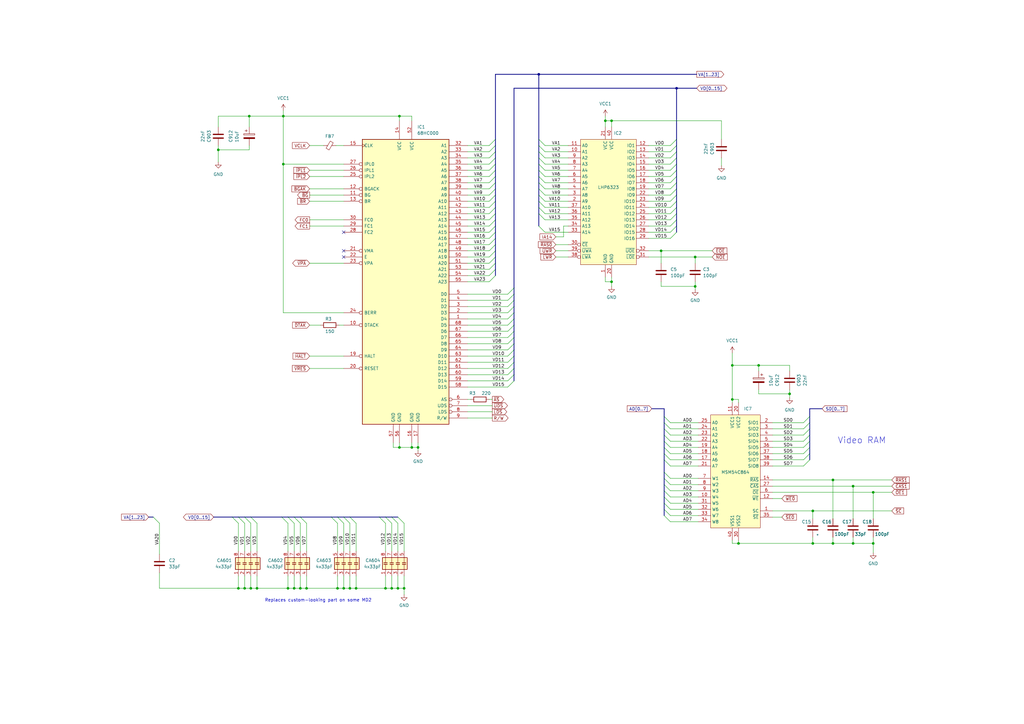
<source format=kicad_sch>
(kicad_sch (version 20230121) (generator eeschema)
  (paper "A3")
  (title_block (title "MD CPU and VRAM") (date "2023-11-29") (rev "1.1") (company "By Cosam") (comment 1 "Neptune"))
  (junction (at 300.355 163.83))
  (junction (at 100.33 241.3))
  (junction (at 341.63 196.85))
  (junction (at 358.14 201.93))
  (junction (at 250.825 115.57))
  (junction (at 341.63 222.885))
  (junction (at 102.235 47.625))
  (junction (at 358.14 222.885))
  (junction (at 160.655 241.3))
  (junction (at 285.115 105.41))
  (junction (at 349.885 222.885))
  (junction (at 143.51 241.3))
  (junction (at 323.85 161.544))
  (junction (at 102.87 241.3))
  (junction (at 105.41 241.3))
  (junction (at 163.83 183.515))
  (junction (at 333.375 222.885))
  (junction (at 171.45 183.515))
  (junction (at 349.885 199.39))
  (junction (at 116.205 67.31))
  (junction (at 250.825 49.53))
  (junction (at 118.11 241.3))
  (junction (at 89.535 61.468))
  (junction (at 158.115 241.3))
  (junction (at 125.73 241.3))
  (junction (at 168.91 183.515))
  (junction (at 277.495 36.195))
  (junction (at 165.735 241.3))
  (junction (at 116.205 47.625))
  (junction (at 163.195 241.3))
  (junction (at 271.145 102.87))
  (junction (at 300.355 149.86))
  (junction (at 311.15 149.86))
  (junction (at 163.83 47.625))
  (junction (at 123.19 241.3))
  (junction (at 140.97 241.3))
  (junction (at 120.65 241.3))
  (junction (at 97.79 241.3))
  (junction (at 138.43 241.3))
  (junction (at 220.98 30.48))
  (junction (at 333.375 209.55))
  (junction (at 248.285 49.53))
  (junction (at 285.115 117.475))
  (junction (at 146.05 241.3))
  (junction (at 302.895 222.885))
  (no_connect (at 140.97 105.41))
  (no_connect (at 140.97 95.25))
  (no_connect (at 140.97 102.87))
  (bus_entry (at 210.82 143.51) (size -2.54 2.54))
  (bus_entry (at 143.51 212.09) (size 2.54 2.54))
  (bus_entry (at 329.565 180.975) (size 2.54 -2.54))
  (bus_entry (at 200.66 105.41) (size 2.54 -2.54))
  (bus_entry (at 200.66 107.95) (size 2.54 -2.54))
  (bus_entry (at 329.565 186.055) (size 2.54 -2.54))
  (bus_entry (at 135.89 212.09) (size 2.54 2.54))
  (bus_entry (at 277.495 57.15) (size -2.54 2.54))
  (bus_entry (at 274.955 191.135) (size -2.54 -2.54))
  (bus_entry (at 223.52 90.17) (size -2.54 -2.54))
  (bus_entry (at 200.66 110.49) (size 2.54 -2.54))
  (bus_entry (at 277.495 85.09) (size -2.54 2.54))
  (bus_entry (at 210.82 138.43) (size -2.54 2.54))
  (bus_entry (at 277.495 82.55) (size -2.54 2.54))
  (bus_entry (at 223.52 85.09) (size -2.54 -2.54))
  (bus_entry (at 210.82 130.81) (size -2.54 2.54))
  (bus_entry (at 277.495 74.93) (size -2.54 2.54))
  (bus_entry (at 223.52 62.23) (size -2.54 -2.54))
  (bus_entry (at 223.52 69.85) (size -2.54 -2.54))
  (bus_entry (at 277.495 77.47) (size -2.54 2.54))
  (bus_entry (at 274.955 198.755) (size -2.54 -2.54))
  (bus_entry (at 277.495 95.25) (size -2.54 2.54))
  (bus_entry (at 223.52 72.39) (size -2.54 -2.54))
  (bus_entry (at 223.52 67.31) (size -2.54 -2.54))
  (bus_entry (at 97.79 212.09) (size 2.54 2.54))
  (bus_entry (at 200.66 113.03) (size 2.54 -2.54))
  (bus_entry (at 223.52 77.47) (size -2.54 -2.54))
  (bus_entry (at 277.495 62.23) (size -2.54 2.54))
  (bus_entry (at 329.565 188.595) (size 2.54 -2.54))
  (bus_entry (at 274.955 188.595) (size -2.54 -2.54))
  (bus_entry (at 329.565 175.895) (size 2.54 -2.54))
  (bus_entry (at 223.52 74.93) (size -2.54 -2.54))
  (bus_entry (at 274.955 196.215) (size -2.54 -2.54))
  (bus_entry (at 210.82 123.19) (size -2.54 2.54))
  (bus_entry (at 329.565 178.435) (size 2.54 -2.54))
  (bus_entry (at 274.955 211.455) (size -2.54 -2.54))
  (bus_entry (at 210.82 153.67) (size -2.54 2.54))
  (bus_entry (at 200.66 97.79) (size 2.54 -2.54))
  (bus_entry (at 200.66 95.25) (size 2.54 -2.54))
  (bus_entry (at 223.52 87.63) (size -2.54 -2.54))
  (bus_entry (at 95.25 212.09) (size 2.54 2.54))
  (bus_entry (at 200.66 90.17) (size 2.54 -2.54))
  (bus_entry (at 223.52 64.77) (size -2.54 -2.54))
  (bus_entry (at 274.955 213.995) (size -2.54 -2.54))
  (bus_entry (at 277.495 59.69) (size -2.54 2.54))
  (bus_entry (at 210.82 133.35) (size -2.54 2.54))
  (bus_entry (at 274.955 203.835) (size -2.54 -2.54))
  (bus_entry (at 277.495 72.39) (size -2.54 2.54))
  (bus_entry (at 65.405 214.63) (size -2.54 -2.54))
  (bus_entry (at 329.565 183.515) (size 2.54 -2.54))
  (bus_entry (at 223.52 59.69) (size -2.54 -2.54))
  (bus_entry (at 274.955 175.895) (size -2.54 -2.54))
  (bus_entry (at 210.82 151.13) (size -2.54 2.54))
  (bus_entry (at 274.955 178.435) (size -2.54 -2.54))
  (bus_entry (at 210.82 125.73) (size -2.54 2.54))
  (bus_entry (at 200.66 82.55) (size 2.54 -2.54))
  (bus_entry (at 200.66 62.23) (size 2.54 -2.54))
  (bus_entry (at 223.52 80.01) (size -2.54 -2.54))
  (bus_entry (at 200.66 69.85) (size 2.54 -2.54))
  (bus_entry (at 200.66 74.93) (size 2.54 -2.54))
  (bus_entry (at 200.66 100.33) (size 2.54 -2.54))
  (bus_entry (at 140.97 212.09) (size 2.54 2.54))
  (bus_entry (at 274.955 173.355) (size -2.54 -2.54))
  (bus_entry (at 200.66 102.87) (size 2.54 -2.54))
  (bus_entry (at 223.52 95.25) (size -2.54 -2.54))
  (bus_entry (at 329.565 173.355) (size 2.54 -2.54))
  (bus_entry (at 274.955 201.295) (size -2.54 -2.54))
  (bus_entry (at 200.66 87.63) (size 2.54 -2.54))
  (bus_entry (at 200.66 85.09) (size 2.54 -2.54))
  (bus_entry (at 118.11 212.09) (size 2.54 2.54))
  (bus_entry (at 120.65 212.09) (size 2.54 2.54))
  (bus_entry (at 277.495 92.71) (size -2.54 2.54))
  (bus_entry (at 274.955 206.375) (size -2.54 -2.54))
  (bus_entry (at 277.495 69.85) (size -2.54 2.54))
  (bus_entry (at 210.82 146.05) (size -2.54 2.54))
  (bus_entry (at 200.66 77.47) (size 2.54 -2.54))
  (bus_entry (at 200.66 80.01) (size 2.54 -2.54))
  (bus_entry (at 123.19 212.09) (size 2.54 2.54))
  (bus_entry (at 100.33 212.09) (size 2.54 2.54))
  (bus_entry (at 274.955 183.515) (size -2.54 -2.54))
  (bus_entry (at 200.66 115.57) (size 2.54 -2.54))
  (bus_entry (at 200.66 67.31) (size 2.54 -2.54))
  (bus_entry (at 277.495 80.01) (size -2.54 2.54))
  (bus_entry (at 158.115 212.09) (size 2.54 2.54))
  (bus_entry (at 329.565 191.135) (size 2.54 -2.54))
  (bus_entry (at 138.43 212.09) (size 2.54 2.54))
  (bus_entry (at 102.87 212.09) (size 2.54 2.54))
  (bus_entry (at 274.955 186.055) (size -2.54 -2.54))
  (bus_entry (at 277.495 67.31) (size -2.54 2.54))
  (bus_entry (at 210.82 118.11) (size -2.54 2.54))
  (bus_entry (at 274.955 180.975) (size -2.54 -2.54))
  (bus_entry (at 163.195 212.09) (size 2.54 2.54))
  (bus_entry (at 210.82 128.27) (size -2.54 2.54))
  (bus_entry (at 210.82 148.59) (size -2.54 2.54))
  (bus_entry (at 160.655 212.09) (size 2.54 2.54))
  (bus_entry (at 277.495 90.17) (size -2.54 2.54))
  (bus_entry (at 200.66 72.39) (size 2.54 -2.54))
  (bus_entry (at 200.66 59.69) (size 2.54 -2.54))
  (bus_entry (at 210.82 135.89) (size -2.54 2.54))
  (bus_entry (at 210.82 156.21) (size -2.54 2.54))
  (bus_entry (at 200.66 64.77) (size 2.54 -2.54))
  (bus_entry (at 223.52 82.55) (size -2.54 -2.54))
  (bus_entry (at 277.495 64.77) (size -2.54 2.54))
  (bus_entry (at 274.955 208.915) (size -2.54 -2.54))
  (bus_entry (at 210.82 120.65) (size -2.54 2.54))
  (bus_entry (at 210.82 140.97) (size -2.54 2.54))
  (bus_entry (at 277.495 87.63) (size -2.54 2.54))
  (bus_entry (at 200.66 92.71) (size 2.54 -2.54))
  (bus_entry (at 115.57 212.09) (size 2.54 2.54))
  (bus_entry (at 155.575 212.09) (size 2.54 2.54))
  (wire (pts (xy 316.865 191.135) (xy 329.565 191.135)))
  (bus (pts (xy 277.495 72.39) (xy 277.495 69.85)))
  (wire (pts (xy 118.11 236.22) (xy 118.11 241.3)))
  (wire (pts (xy 158.115 214.63) (xy 158.115 226.06)))
  (wire (pts (xy 223.52 74.93) (xy 233.045 74.93)))
  (wire (pts (xy 358.14 222.885) (xy 358.14 226.695)))
  (wire (pts (xy 140.97 241.3) (xy 143.51 241.3)))
  (wire (pts (xy 191.77 151.13) (xy 208.28 151.13)))
  (bus (pts (xy 220.98 77.47) (xy 220.98 74.93)))
  (wire (pts (xy 266.065 80.01) (xy 274.955 80.01)))
  (wire (pts (xy 100.33 241.3) (xy 102.87 241.3)))
  (bus (pts (xy 210.82 138.43) (xy 210.82 135.89)))
  (wire (pts (xy 316.865 209.55) (xy 333.375 209.55)))
  (wire (pts (xy 274.955 186.055) (xy 286.385 186.055)))
  (wire (pts (xy 266.065 87.63) (xy 274.955 87.63)))
  (wire (pts (xy 316.865 204.47) (xy 320.675 204.47)))
  (wire (pts (xy 191.77 140.97) (xy 208.28 140.97)))
  (wire (pts (xy 165.735 236.22) (xy 165.735 241.3)))
  (wire (pts (xy 191.77 163.83) (xy 193.04 163.83)))
  (wire (pts (xy 191.77 113.03) (xy 200.66 113.03)))
  (bus (pts (xy 332.105 186.055) (xy 332.105 183.515)))
  (wire (pts (xy 163.195 236.22) (xy 163.195 241.3)))
  (wire (pts (xy 271.145 117.475) (xy 271.145 115.57)))
  (wire (pts (xy 171.45 183.515) (xy 171.45 184.785)))
  (wire (pts (xy 266.065 67.31) (xy 274.955 67.31)))
  (wire (pts (xy 100.33 236.22) (xy 100.33 241.3)))
  (wire (pts (xy 274.955 191.135) (xy 286.385 191.135)))
  (wire (pts (xy 323.85 161.544) (xy 323.85 163.068)))
  (bus (pts (xy 203.2 67.31) (xy 203.2 64.77)))
  (wire (pts (xy 223.52 95.25) (xy 233.045 95.25)))
  (wire (pts (xy 223.52 72.39) (xy 233.045 72.39)))
  (wire (pts (xy 138.43 241.3) (xy 140.97 241.3)))
  (wire (pts (xy 295.91 57.15) (xy 295.91 49.53)))
  (bus (pts (xy 332.105 188.595) (xy 332.105 186.055)))
  (bus (pts (xy 272.415 201.295) (xy 272.415 198.755)))
  (wire (pts (xy 97.79 241.3) (xy 65.405 241.3)))
  (wire (pts (xy 223.52 85.09) (xy 233.045 85.09)))
  (wire (pts (xy 341.63 196.85) (xy 341.63 212.725)))
  (wire (pts (xy 311.15 149.86) (xy 311.15 152.146)))
  (bus (pts (xy 203.2 92.71) (xy 203.2 90.17)))
  (bus (pts (xy 203.2 80.01) (xy 203.2 77.47)))
  (wire (pts (xy 274.955 213.995) (xy 286.385 213.995)))
  (bus (pts (xy 210.82 123.19) (xy 210.82 120.65)))
  (wire (pts (xy 191.77 130.81) (xy 208.28 130.81)))
  (bus (pts (xy 203.2 85.09) (xy 203.2 82.55)))
  (bus (pts (xy 277.495 90.17) (xy 277.495 87.63)))
  (wire (pts (xy 65.405 241.3) (xy 65.405 234.95)))
  (wire (pts (xy 223.52 62.23) (xy 233.045 62.23)))
  (wire (pts (xy 137.795 59.69) (xy 140.97 59.69)))
  (wire (pts (xy 285.115 115.57) (xy 285.115 117.475)))
  (bus (pts (xy 272.415 188.595) (xy 272.415 193.675)))
  (bus (pts (xy 272.415 211.455) (xy 272.415 208.915)))
  (bus (pts (xy 203.2 87.63) (xy 203.2 85.09)))
  (bus (pts (xy 210.82 135.89) (xy 210.82 133.35)))
  (wire (pts (xy 191.77 72.39) (xy 200.66 72.39)))
  (wire (pts (xy 316.865 201.93) (xy 358.14 201.93)))
  (wire (pts (xy 323.85 152.146) (xy 323.85 149.86)))
  (wire (pts (xy 168.91 47.625) (xy 168.91 49.53)))
  (wire (pts (xy 300.355 222.885) (xy 300.355 221.615)))
  (bus (pts (xy 210.82 140.97) (xy 210.82 138.43)))
  (bus (pts (xy 277.495 57.15) (xy 277.495 36.195)))
  (wire (pts (xy 191.77 133.35) (xy 208.28 133.35)))
  (wire (pts (xy 302.895 222.885) (xy 300.355 222.885)))
  (wire (pts (xy 316.865 186.055) (xy 329.565 186.055)))
  (wire (pts (xy 274.955 183.515) (xy 286.385 183.515)))
  (wire (pts (xy 191.77 148.59) (xy 208.28 148.59)))
  (bus (pts (xy 210.82 148.59) (xy 210.82 146.05)))
  (bus (pts (xy 220.98 87.63) (xy 220.98 92.71)))
  (wire (pts (xy 127 80.01) (xy 140.97 80.01)))
  (wire (pts (xy 191.77 100.33) (xy 200.66 100.33)))
  (wire (pts (xy 274.955 206.375) (xy 286.385 206.375)))
  (wire (pts (xy 191.77 156.21) (xy 208.28 156.21)))
  (wire (pts (xy 127 146.05) (xy 140.97 146.05)))
  (wire (pts (xy 323.85 149.86) (xy 311.15 149.86)))
  (bus (pts (xy 203.2 110.49) (xy 203.2 107.95)))
  (bus (pts (xy 210.82 156.21) (xy 210.82 153.67)))
  (wire (pts (xy 123.19 241.3) (xy 125.73 241.3)))
  (wire (pts (xy 105.41 214.63) (xy 105.41 226.06)))
  (bus (pts (xy 97.79 212.09) (xy 95.25 212.09)))
  (wire (pts (xy 116.205 45.339) (xy 116.205 47.625)))
  (bus (pts (xy 220.98 59.69) (xy 220.98 57.15)))
  (wire (pts (xy 274.955 201.295) (xy 286.385 201.295)))
  (wire (pts (xy 250.825 115.57) (xy 250.825 117.475)))
  (wire (pts (xy 274.955 180.975) (xy 286.385 180.975)))
  (wire (pts (xy 349.885 199.39) (xy 365.76 199.39)))
  (wire (pts (xy 160.655 236.22) (xy 160.655 241.3)))
  (bus (pts (xy 203.2 105.41) (xy 203.2 102.87)))
  (wire (pts (xy 285.115 105.41) (xy 285.115 107.95)))
  (wire (pts (xy 223.52 87.63) (xy 233.045 87.63)))
  (wire (pts (xy 191.77 120.65) (xy 208.28 120.65)))
  (wire (pts (xy 127 82.55) (xy 140.97 82.55)))
  (wire (pts (xy 127 69.85) (xy 140.97 69.85)))
  (bus (pts (xy 102.87 212.09) (xy 100.33 212.09)))
  (wire (pts (xy 316.865 178.435) (xy 329.565 178.435)))
  (wire (pts (xy 285.115 105.41) (xy 292.1 105.41)))
  (wire (pts (xy 223.52 59.69) (xy 233.045 59.69)))
  (wire (pts (xy 302.895 221.615) (xy 302.895 222.885)))
  (wire (pts (xy 191.77 166.37) (xy 201.93 166.37)))
  (bus (pts (xy 203.2 69.85) (xy 203.2 67.31)))
  (wire (pts (xy 295.91 64.77) (xy 295.91 67.945)))
  (bus (pts (xy 272.415 186.055) (xy 272.415 183.515)))
  (wire (pts (xy 274.955 188.595) (xy 286.385 188.595)))
  (bus (pts (xy 220.98 67.31) (xy 220.98 64.77)))
  (wire (pts (xy 127 77.47) (xy 140.97 77.47)))
  (wire (pts (xy 191.77 138.43) (xy 208.28 138.43)))
  (wire (pts (xy 266.065 85.09) (xy 274.955 85.09)))
  (wire (pts (xy 163.83 183.515) (xy 168.91 183.515)))
  (wire (pts (xy 89.535 52.07) (xy 89.535 47.625)))
  (wire (pts (xy 349.885 220.345) (xy 349.885 222.885)))
  (wire (pts (xy 274.955 178.435) (xy 286.385 178.435)))
  (bus (pts (xy 277.495 82.55) (xy 277.495 80.01)))
  (wire (pts (xy 266.065 95.25) (xy 274.955 95.25)))
  (bus (pts (xy 277.495 77.47) (xy 277.495 74.93)))
  (wire (pts (xy 143.51 214.63) (xy 143.51 226.06)))
  (wire (pts (xy 163.195 214.63) (xy 163.195 226.06)))
  (wire (pts (xy 160.655 214.63) (xy 160.655 226.06)))
  (wire (pts (xy 158.115 236.22) (xy 158.115 241.3)))
  (wire (pts (xy 250.825 113.665) (xy 250.825 115.57)))
  (wire (pts (xy 274.955 173.355) (xy 286.385 173.355)))
  (wire (pts (xy 300.355 149.86) (xy 300.355 163.83)))
  (wire (pts (xy 191.77 67.31) (xy 200.66 67.31)))
  (wire (pts (xy 191.77 62.23) (xy 200.66 62.23)))
  (wire (pts (xy 223.52 64.77) (xy 233.045 64.77)))
  (wire (pts (xy 333.375 209.55) (xy 365.76 209.55)))
  (wire (pts (xy 227.965 102.87) (xy 233.045 102.87)))
  (bus (pts (xy 337.185 167.64) (xy 332.105 167.64)))
  (wire (pts (xy 358.14 201.93) (xy 358.14 212.725)))
  (wire (pts (xy 285.115 117.475) (xy 285.115 118.745)))
  (wire (pts (xy 191.77 171.45) (xy 201.93 171.45)))
  (wire (pts (xy 191.77 115.57) (xy 200.66 115.57)))
  (wire (pts (xy 127 151.13) (xy 140.97 151.13)))
  (bus (pts (xy 220.98 30.48) (xy 220.98 57.15)))
  (wire (pts (xy 191.77 69.85) (xy 200.66 69.85)))
  (bus (pts (xy 220.98 64.77) (xy 220.98 62.23)))
  (wire (pts (xy 274.955 211.455) (xy 286.385 211.455)))
  (wire (pts (xy 102.235 47.625) (xy 116.205 47.625)))
  (wire (pts (xy 266.065 69.85) (xy 274.955 69.85)))
  (wire (pts (xy 163.83 181.61) (xy 163.83 183.515)))
  (wire (pts (xy 191.77 59.69) (xy 200.66 59.69)))
  (wire (pts (xy 274.955 203.835) (xy 286.385 203.835)))
  (wire (pts (xy 274.955 175.895) (xy 286.385 175.895)))
  (wire (pts (xy 146.05 236.22) (xy 146.05 241.3)))
  (wire (pts (xy 223.52 82.55) (xy 233.045 82.55)))
  (bus (pts (xy 203.2 90.17) (xy 203.2 87.63)))
  (bus (pts (xy 203.2 107.95) (xy 203.2 105.41)))
  (wire (pts (xy 311.15 161.544) (xy 323.85 161.544)))
  (wire (pts (xy 102.87 214.63) (xy 102.87 226.06)))
  (wire (pts (xy 300.355 149.86) (xy 311.15 149.86)))
  (bus (pts (xy 272.415 186.055) (xy 272.415 188.595)))
  (wire (pts (xy 248.285 47.625) (xy 248.285 49.53)))
  (wire (pts (xy 160.655 241.3) (xy 163.195 241.3)))
  (bus (pts (xy 332.105 178.435) (xy 332.105 175.895)))
  (wire (pts (xy 223.52 77.47) (xy 233.045 77.47)))
  (wire (pts (xy 358.14 222.885) (xy 349.885 222.885)))
  (bus (pts (xy 272.415 173.355) (xy 272.415 170.815)))
  (wire (pts (xy 191.77 143.51) (xy 208.28 143.51)))
  (bus (pts (xy 210.82 130.81) (xy 210.82 128.27)))
  (wire (pts (xy 89.535 47.625) (xy 102.235 47.625)))
  (wire (pts (xy 89.535 61.468) (xy 89.535 66.421)))
  (wire (pts (xy 161.29 183.515) (xy 163.83 183.515)))
  (wire (pts (xy 163.83 47.625) (xy 163.83 49.53)))
  (wire (pts (xy 266.065 105.41) (xy 285.115 105.41)))
  (wire (pts (xy 266.065 90.17) (xy 274.955 90.17)))
  (wire (pts (xy 191.77 74.93) (xy 200.66 74.93)))
  (wire (pts (xy 140.97 214.63) (xy 140.97 226.06)))
  (bus (pts (xy 203.2 82.55) (xy 203.2 80.01)))
  (bus (pts (xy 203.2 95.25) (xy 203.2 92.71)))
  (wire (pts (xy 266.065 102.87) (xy 271.145 102.87)))
  (wire (pts (xy 358.14 220.345) (xy 358.14 222.885)))
  (wire (pts (xy 316.865 188.595) (xy 329.565 188.595)))
  (wire (pts (xy 102.235 61.468) (xy 89.535 61.468)))
  (wire (pts (xy 285.115 117.475) (xy 271.145 117.475)))
  (wire (pts (xy 191.77 102.87) (xy 200.66 102.87)))
  (wire (pts (xy 65.405 214.63) (xy 65.405 227.33)))
  (wire (pts (xy 323.85 159.766) (xy 323.85 161.544)))
  (bus (pts (xy 220.98 62.23) (xy 220.98 59.69)))
  (wire (pts (xy 316.865 199.39) (xy 349.885 199.39)))
  (wire (pts (xy 191.77 92.71) (xy 200.66 92.71)))
  (wire (pts (xy 143.51 236.22) (xy 143.51 241.3)))
  (bus (pts (xy 210.82 133.35) (xy 210.82 130.81)))
  (wire (pts (xy 191.77 95.25) (xy 200.66 95.25)))
  (wire (pts (xy 191.77 64.77) (xy 200.66 64.77)))
  (bus (pts (xy 203.2 62.23) (xy 203.2 59.69)))
  (bus (pts (xy 210.82 120.65) (xy 210.82 118.11)))
  (wire (pts (xy 349.885 222.885) (xy 341.63 222.885)))
  (bus (pts (xy 277.495 95.25) (xy 277.495 92.71)))
  (bus (pts (xy 332.105 170.815) (xy 332.105 173.355)))
  (bus (pts (xy 272.415 178.435) (xy 272.415 175.895)))
  (wire (pts (xy 274.955 208.915) (xy 286.385 208.915)))
  (wire (pts (xy 168.91 183.515) (xy 171.45 183.515)))
  (wire (pts (xy 168.91 181.61) (xy 168.91 183.515)))
  (bus (pts (xy 203.2 30.48) (xy 203.2 57.15)))
  (wire (pts (xy 300.355 163.83) (xy 300.355 165.1)))
  (wire (pts (xy 358.14 201.93) (xy 365.76 201.93)))
  (wire (pts (xy 120.65 214.63) (xy 120.65 226.06)))
  (wire (pts (xy 123.19 214.63) (xy 123.19 226.06)))
  (wire (pts (xy 158.115 241.3) (xy 160.655 241.3)))
  (wire (pts (xy 116.205 47.625) (xy 116.205 67.31)))
  (bus (pts (xy 203.2 74.93) (xy 203.2 72.39)))
  (wire (pts (xy 191.77 146.05) (xy 208.28 146.05)))
  (bus (pts (xy 332.105 167.64) (xy 332.105 170.815)))
  (wire (pts (xy 316.865 196.85) (xy 341.63 196.85)))
  (wire (pts (xy 161.29 181.61) (xy 161.29 183.515)))
  (wire (pts (xy 333.375 220.345) (xy 333.375 222.885)))
  (bus (pts (xy 138.43 212.09) (xy 135.89 212.09)))
  (wire (pts (xy 271.145 102.87) (xy 271.145 107.95)))
  (bus (pts (xy 203.2 113.03) (xy 203.2 110.49)))
  (wire (pts (xy 116.205 128.27) (xy 116.205 67.31)))
  (bus (pts (xy 203.2 102.87) (xy 203.2 100.33)))
  (wire (pts (xy 223.52 67.31) (xy 233.045 67.31)))
  (bus (pts (xy 203.2 64.77) (xy 203.2 62.23)))
  (wire (pts (xy 316.865 180.975) (xy 329.565 180.975)))
  (wire (pts (xy 102.235 47.625) (xy 102.235 52.07)))
  (wire (pts (xy 341.63 196.85) (xy 365.76 196.85)))
  (wire (pts (xy 266.065 72.39) (xy 274.955 72.39)))
  (wire (pts (xy 349.885 199.39) (xy 349.885 212.725)))
  (wire (pts (xy 266.065 92.71) (xy 274.955 92.71)))
  (wire (pts (xy 100.33 214.63) (xy 100.33 226.06)))
  (bus (pts (xy 203.2 77.47) (xy 203.2 74.93)))
  (wire (pts (xy 138.43 214.63) (xy 138.43 226.06)))
  (bus (pts (xy 115.57 212.09) (xy 102.87 212.09)))
  (bus (pts (xy 123.19 212.09) (xy 120.65 212.09)))
  (bus (pts (xy 163.195 212.09) (xy 160.655 212.09)))
  (bus (pts (xy 277.495 62.23) (xy 277.495 59.69)))
  (wire (pts (xy 266.065 82.55) (xy 274.955 82.55)))
  (wire (pts (xy 191.77 107.95) (xy 200.66 107.95)))
  (wire (pts (xy 274.955 196.215) (xy 286.385 196.215)))
  (bus (pts (xy 220.98 87.63) (xy 220.98 85.09)))
  (wire (pts (xy 191.77 82.55) (xy 200.66 82.55)))
  (wire (pts (xy 140.97 236.22) (xy 140.97 241.3)))
  (bus (pts (xy 220.98 30.48) (xy 285.75 30.48)))
  (bus (pts (xy 277.495 59.69) (xy 277.495 57.15)))
  (bus (pts (xy 203.2 30.48) (xy 220.98 30.48)))
  (bus (pts (xy 220.98 80.01) (xy 220.98 77.47)))
  (wire (pts (xy 266.065 64.77) (xy 274.955 64.77)))
  (wire (pts (xy 125.73 214.63) (xy 125.73 226.06)))
  (wire (pts (xy 266.065 59.69) (xy 274.955 59.69)))
  (bus (pts (xy 220.98 85.09) (xy 220.98 82.55)))
  (wire (pts (xy 102.87 236.22) (xy 102.87 241.3)))
  (wire (pts (xy 191.77 128.27) (xy 208.28 128.27)))
  (wire (pts (xy 120.65 236.22) (xy 120.65 241.3)))
  (bus (pts (xy 120.65 212.09) (xy 118.11 212.09)))
  (wire (pts (xy 89.535 59.69) (xy 89.535 61.468)))
  (bus (pts (xy 277.495 92.71) (xy 277.495 90.17)))
  (wire (pts (xy 116.205 47.625) (xy 163.83 47.625)))
  (wire (pts (xy 300.355 163.83) (xy 302.895 163.83)))
  (wire (pts (xy 316.865 173.355) (xy 329.565 173.355)))
  (wire (pts (xy 266.065 74.93) (xy 274.955 74.93)))
  (wire (pts (xy 146.05 241.3) (xy 158.115 241.3)))
  (wire (pts (xy 200.66 163.83) (xy 201.93 163.83)))
  (wire (pts (xy 97.79 214.63) (xy 97.79 226.06)))
  (bus (pts (xy 277.495 74.93) (xy 277.495 72.39)))
  (bus (pts (xy 143.51 212.09) (xy 140.97 212.09)))
  (wire (pts (xy 302.895 163.83) (xy 302.895 165.1)))
  (wire (pts (xy 223.52 69.85) (xy 233.045 69.85)))
  (bus (pts (xy 272.415 175.895) (xy 272.415 173.355)))
  (wire (pts (xy 333.375 209.55) (xy 333.375 212.725)))
  (bus (pts (xy 210.82 125.73) (xy 210.82 123.19)))
  (wire (pts (xy 248.285 115.57) (xy 250.825 115.57)))
  (bus (pts (xy 220.98 82.55) (xy 220.98 80.01)))
  (wire (pts (xy 227.965 105.41) (xy 233.045 105.41)))
  (wire (pts (xy 191.77 123.19) (xy 208.28 123.19)))
  (wire (pts (xy 191.77 135.89) (xy 208.28 135.89)))
  (wire (pts (xy 138.43 236.22) (xy 138.43 241.3)))
  (wire (pts (xy 125.73 241.3) (xy 138.43 241.3)))
  (wire (pts (xy 250.825 49.53) (xy 250.825 52.07)))
  (wire (pts (xy 250.825 49.53) (xy 295.91 49.53)))
  (bus (pts (xy 203.2 97.79) (xy 203.2 95.25)))
  (wire (pts (xy 274.955 198.755) (xy 286.385 198.755)))
  (wire (pts (xy 191.77 125.73) (xy 208.28 125.73)))
  (wire (pts (xy 127 92.71) (xy 140.97 92.71)))
  (wire (pts (xy 127 90.17) (xy 140.97 90.17)))
  (wire (pts (xy 266.065 62.23) (xy 274.955 62.23)))
  (wire (pts (xy 311.15 159.766) (xy 311.15 161.544)))
  (bus (pts (xy 135.89 212.09) (xy 123.19 212.09)))
  (wire (pts (xy 316.865 175.895) (xy 329.565 175.895)))
  (wire (pts (xy 191.77 85.09) (xy 200.66 85.09)))
  (wire (pts (xy 171.45 181.61) (xy 171.45 183.515)))
  (bus (pts (xy 267.335 167.64) (xy 272.415 167.64)))
  (bus (pts (xy 210.82 143.51) (xy 210.82 140.97)))
  (bus (pts (xy 210.82 36.195) (xy 210.82 118.11)))
  (bus (pts (xy 277.495 64.77) (xy 277.495 62.23)))
  (wire (pts (xy 231.14 92.71) (xy 231.14 97.155)))
  (wire (pts (xy 165.735 241.3) (xy 165.735 243.84)))
  (wire (pts (xy 233.045 92.71) (xy 231.14 92.71)))
  (bus (pts (xy 332.105 180.975) (xy 332.105 178.435)))
  (wire (pts (xy 316.865 183.515) (xy 329.565 183.515)))
  (bus (pts (xy 277.495 80.01) (xy 277.495 77.47)))
  (bus (pts (xy 210.82 128.27) (xy 210.82 125.73)))
  (bus (pts (xy 210.82 146.05) (xy 210.82 143.51)))
  (bus (pts (xy 210.82 151.13) (xy 210.82 148.59)))
  (bus (pts (xy 158.115 212.09) (xy 155.575 212.09)))
  (wire (pts (xy 127 133.35) (xy 131.445 133.35)))
  (wire (pts (xy 300.355 144.78) (xy 300.355 149.86)))
  (wire (pts (xy 163.195 241.3) (xy 165.735 241.3)))
  (bus (pts (xy 272.415 180.975) (xy 272.415 178.435)))
  (bus (pts (xy 277.495 67.31) (xy 277.495 64.77)))
  (wire (pts (xy 120.65 241.3) (xy 123.19 241.3)))
  (bus (pts (xy 277.495 69.85) (xy 277.495 67.31)))
  (bus (pts (xy 160.655 212.09) (xy 158.115 212.09)))
  (bus (pts (xy 60.96 212.09) (xy 62.865 212.09)))
  (bus (pts (xy 118.11 212.09) (xy 115.57 212.09)))
  (wire (pts (xy 333.375 222.885) (xy 302.895 222.885)))
  (wire (pts (xy 102.235 59.69) (xy 102.235 61.468)))
  (bus (pts (xy 272.415 167.64) (xy 272.415 170.815)))
  (wire (pts (xy 139.065 133.35) (xy 140.97 133.35)))
  (bus (pts (xy 210.82 153.67) (xy 210.82 151.13)))
  (wire (pts (xy 341.63 222.885) (xy 333.375 222.885)))
  (wire (pts (xy 102.87 241.3) (xy 105.41 241.3)))
  (wire (pts (xy 127 59.69) (xy 132.715 59.69)))
  (wire (pts (xy 191.77 168.91) (xy 201.93 168.91)))
  (wire (pts (xy 191.77 80.01) (xy 200.66 80.01)))
  (bus (pts (xy 272.415 206.375) (xy 272.415 203.835)))
  (bus (pts (xy 277.495 36.195) (xy 210.82 36.195)))
  (wire (pts (xy 231.14 97.155) (xy 227.965 97.155)))
  (wire (pts (xy 248.285 49.53) (xy 248.285 52.07)))
  (bus (pts (xy 277.495 36.195) (xy 285.75 36.195)))
  (bus (pts (xy 140.97 212.09) (xy 138.43 212.09)))
  (wire (pts (xy 223.52 90.17) (xy 233.045 90.17)))
  (bus (pts (xy 203.2 72.39) (xy 203.2 69.85)))
  (wire (pts (xy 97.79 236.22) (xy 97.79 241.3)))
  (wire (pts (xy 143.51 241.3) (xy 146.05 241.3)))
  (wire (pts (xy 163.83 47.625) (xy 168.91 47.625)))
  (wire (pts (xy 118.11 214.63) (xy 118.11 226.06)))
  (wire (pts (xy 165.735 214.63) (xy 165.735 226.06)))
  (wire (pts (xy 105.41 241.3) (xy 118.11 241.3)))
  (bus (pts (xy 272.415 203.835) (xy 272.415 201.295)))
  (bus (pts (xy 220.98 72.39) (xy 220.98 69.85)))
  (bus (pts (xy 203.2 100.33) (xy 203.2 97.79)))
  (wire (pts (xy 191.77 87.63) (xy 200.66 87.63)))
  (wire (pts (xy 191.77 77.47) (xy 200.66 77.47)))
  (bus (pts (xy 272.415 208.915) (xy 272.415 206.375)))
  (bus (pts (xy 272.415 196.215) (xy 272.415 193.675)))
  (wire (pts (xy 127 72.39) (xy 140.97 72.39)))
  (wire (pts (xy 341.63 220.345) (xy 341.63 222.885)))
  (wire (pts (xy 227.965 100.33) (xy 233.045 100.33)))
  (wire (pts (xy 125.73 236.22) (xy 125.73 241.3)))
  (bus (pts (xy 220.98 69.85) (xy 220.98 67.31)))
  (wire (pts (xy 123.19 236.22) (xy 123.19 241.3)))
  (bus (pts (xy 203.2 59.69) (xy 203.2 57.15)))
  (wire (pts (xy 191.77 97.79) (xy 200.66 97.79)))
  (wire (pts (xy 97.79 241.3) (xy 100.33 241.3)))
  (wire (pts (xy 116.205 128.27) (xy 140.97 128.27)))
  (wire (pts (xy 105.41 236.22) (xy 105.41 241.3)))
  (bus (pts (xy 95.25 212.09) (xy 87.63 212.09)))
  (wire (pts (xy 266.065 97.79) (xy 274.955 97.79)))
  (wire (pts (xy 223.52 80.01) (xy 233.045 80.01)))
  (bus (pts (xy 277.495 85.09) (xy 277.495 82.55)))
  (bus (pts (xy 332.105 175.895) (xy 332.105 173.355)))
  (wire (pts (xy 248.285 113.665) (xy 248.285 115.57)))
  (wire (pts (xy 191.77 90.17) (xy 200.66 90.17)))
  (wire (pts (xy 191.77 105.41) (xy 200.66 105.41)))
  (wire (pts (xy 127 107.95) (xy 140.97 107.95)))
  (bus (pts (xy 272.415 198.755) (xy 272.415 196.215)))
  (bus (pts (xy 272.415 183.515) (xy 272.415 180.975)))
  (bus (pts (xy 277.495 87.63) (xy 277.495 85.09)))
  (wire (pts (xy 191.77 153.67) (xy 208.28 153.67)))
  (wire (pts (xy 146.05 214.63) (xy 146.05 226.06)))
  (bus (pts (xy 155.575 212.09) (xy 143.51 212.09)))
  (bus (pts (xy 220.98 74.93) (xy 220.98 72.39)))
  (wire (pts (xy 191.77 110.49) (xy 200.66 110.49)))
  (bus (pts (xy 332.105 183.515) (xy 332.105 180.975)))
  (wire (pts (xy 271.145 102.87) (xy 292.1 102.87)))
  (wire (pts (xy 118.11 241.3) (xy 120.65 241.3)))
  (wire (pts (xy 248.285 49.53) (xy 250.825 49.53)))
  (wire (pts (xy 191.77 158.75) (xy 208.28 158.75)))
  (wire (pts (xy 266.065 77.47) (xy 274.955 77.47)))
  (wire (pts (xy 316.865 212.09) (xy 320.675 212.09)))
  (wire (pts (xy 116.205 67.31) (xy 140.97 67.31)))
  (bus (pts (xy 100.33 212.09) (xy 97.79 212.09)))
  (text "Replaces custom-looking part on some MD2" (at 108.585 247.015 0) (effects (font (size 1.27 1.27)) (justify left bottom)))
  (text "Video RAM" (at 343.535 182.245 0) (effects (font (size 2.54 2.54)) (justify left bottom)))
  (label "SD6" (at 321.31 188.595 0))
  (label "VA3" (at 194.31 64.77 0))
  (label "SD0" (at 321.31 173.355 0))
  (label "AD0" (at 283.845 196.215 180))
  (label "VA2" (at 229.87 62.23 180))
  (label "VD1" (at 100.33 223.52 90))
  (label "VD5" (at 268.605 72.39 0))
  (label "VA11" (at 194.31 85.09 0))
  (label "VD13" (at 201.93 153.67 0))
  (label "AD2" (at 283.845 178.435 180))
  (label "VD7" (at 125.73 223.52 90))
  (label "VD4" (at 268.605 69.85 0))
  (label "VA2" (at 194.31 62.23 0))
  (label "VA13" (at 229.87 90.17 180))
  (label "VD8" (at 268.605 80.01 0))
  (label "AD3" (at 283.845 203.835 180))
  (label "VD3" (at 268.605 67.31 0))
  (label "VD11" (at 146.05 223.52 90))
  (label "VD11" (at 268.605 87.63 0))
  (label "VA10" (at 229.87 82.55 180))
  (label "VD9" (at 201.93 143.51 0))
  (label "VD4" (at 201.93 130.81 0))
  (label "VD1" (at 201.93 123.19 0))
  (label "VA10" (at 194.31 82.55 0))
  (label "VA17" (at 194.31 100.33 0))
  (label "VD12" (at 268.605 90.17 0))
  (label "VA13" (at 194.31 90.17 0))
  (label "VA1" (at 194.31 59.69 0))
  (label "AD5" (at 283.845 208.915 180))
  (label "AD6" (at 283.845 188.595 180))
  (label "VA4" (at 194.31 67.31 0))
  (label "AD1" (at 283.845 198.755 180))
  (label "VD5" (at 201.93 133.35 0))
  (label "VD9" (at 268.605 82.55 0))
  (label "AD2" (at 283.845 201.295 180))
  (label "VD2" (at 201.93 125.73 0))
  (label "VD6" (at 201.93 135.89 0))
  (label "VD14" (at 268.605 95.25 0))
  (label "VD1" (at 268.605 62.23 0))
  (label "VD3" (at 201.93 128.27 0))
  (label "SD4" (at 321.31 183.515 0))
  (label "VA1" (at 229.87 59.69 180))
  (label "SD1" (at 321.31 175.895 0))
  (label "VD12" (at 158.115 223.52 90))
  (label "VA20" (at 194.31 107.95 0))
  (label "VA11" (at 229.87 85.09 180))
  (label "VD0" (at 97.79 223.52 90))
  (label "AD0" (at 283.845 173.355 180))
  (label "VD8" (at 201.93 140.97 0))
  (label "VD11" (at 201.93 148.59 0))
  (label "VD13" (at 268.605 92.71 0))
  (label "VD15" (at 268.605 97.79 0))
  (label "VA23" (at 194.31 115.57 0))
  (label "VD10" (at 201.93 146.05 0))
  (label "AD3" (at 283.845 180.975 180))
  (label "VD0" (at 268.605 59.69 0))
  (label "VD6" (at 268.605 74.93 0))
  (label "VD3" (at 105.41 223.52 90))
  (label "SD5" (at 321.31 186.055 0))
  (label "AD1" (at 283.845 175.895 180))
  (label "VA15" (at 194.31 95.25 0))
  (label "VD12" (at 201.93 151.13 0))
  (label "VD10" (at 143.51 223.52 90))
  (label "VD13" (at 160.655 223.52 90))
  (label "VD10" (at 268.605 85.09 0))
  (label "VA7" (at 229.87 74.93 180))
  (label "VA9" (at 229.87 80.01 180))
  (label "AD7" (at 283.845 213.995 180))
  (label "VD7" (at 201.93 138.43 0))
  (label "VA7" (at 194.31 74.93 0))
  (label "VA6" (at 229.87 72.39 180))
  (label "VD2" (at 268.605 64.77 0))
  (label "VA12" (at 229.87 87.63 180))
  (label "VD0" (at 201.93 120.65 0))
  (label "VD4" (at 118.11 223.52 90))
  (label "VD7" (at 268.605 77.47 0))
  (label "VA12" (at 194.31 87.63 0))
  (label "AD4" (at 283.845 183.515 180))
  (label "VA19" (at 194.31 105.41 0))
  (label "VD8" (at 138.43 223.52 90))
  (label "VD15" (at 201.93 158.75 0))
  (label "AD6" (at 283.845 211.455 180))
  (label "AD5" (at 283.845 186.055 180))
  (label "VD15" (at 165.735 223.52 90))
  (label "VA8" (at 194.31 77.47 0))
  (label "VA18" (at 194.31 102.87 0))
  (label "VA22" (at 194.31 113.03 0))
  (label "VA4" (at 229.87 67.31 180))
  (label "VD2" (at 102.87 223.52 90))
  (label "VA21" (at 194.31 110.49 0))
  (label "VA14" (at 194.31 92.71 0))
  (label "SD3" (at 321.31 180.975 0))
  (label "AD4" (at 283.845 206.375 180))
  (label "VA16" (at 194.31 97.79 0))
  (label "SD2" (at 321.31 178.435 0))
  (label "VA15" (at 229.87 95.25 180))
  (label "VD14" (at 163.195 223.52 90))
  (label "VD14" (at 201.93 156.21 0))
  (label "VA6" (at 194.31 72.39 0))
  (label "VA9" (at 194.31 80.01 0))
  (label "VA20" (at 65.405 223.52 90))
  (label "VA5" (at 194.31 69.85 0))
  (label "VA8" (at 229.87 77.47 180))
  (label "AD7" (at 283.845 191.135 180))
  (label "SD7" (at 321.31 191.135 0))
  (label "VD6" (at 123.19 223.52 90))
  (label "VA5" (at 229.87 69.85 180))
  (label "VA3" (at 229.87 64.77 180))
  (label "VD9" (at 140.97 223.52 90))
  (label "VD5" (at 120.65 223.52 90))
  (global_label "FC0" (shape output) (at 127 90.17 180) (property "Intersheetrefs" "${INTERSHEET_REFS}" (effects hide)))
  (global_label "~{HALT}" (shape input) (at 127 146.05 180) (property "Intersheetrefs" "${INTERSHEET_REFS}" (effects hide)))
  (global_label "~{DTAK}" (shape input) (at 127 133.35 180) (property "Intersheetrefs" "${INTERSHEET_REFS}" (effects hide)))
  (global_label "~{SE0}" (shape input) (at 320.675 212.09 0) (property "Intersheetrefs" "${INTERSHEET_REFS}" (effects hide)))
  (global_label "~{NOE}" (shape input) (at 292.1 105.41 0) (property "Intersheetrefs" "${INTERSHEET_REFS}" (effects hide)))
  (global_label "VA[1..23]" (shape output) (at 285.75 30.48 0) (property "Intersheetrefs" "${INTERSHEET_REFS}" (effects hide)))
  (global_label "~{UWR}" (shape input) (at 227.965 102.87 180) (property "Intersheetrefs" "${INTERSHEET_REFS}" (effects hide)))
  (global_label "~{IPL2}" (shape input) (at 127 72.39 180) (property "Intersheetrefs" "${INTERSHEET_REFS}" (effects hide)))
  (global_label "~{IPL1}" (shape input) (at 127 69.85 180) (property "Intersheetrefs" "${INTERSHEET_REFS}" (effects hide)))
  (global_label "~{BGAK}" (shape input) (at 127 77.47 180) (property "Intersheetrefs" "${INTERSHEET_REFS}" (effects hide)))
  (global_label "~{UDS}" (shape output) (at 201.93 166.37 0) (property "Intersheetrefs" "${INTERSHEET_REFS}" (effects hide)))
  (global_label "~{VPA}" (shape bidirectional) (at 127 107.95 180) (property "Intersheetrefs" "${INTERSHEET_REFS}" (effects hide)))
  (global_label "VA[1..23]" (shape input) (at 60.96 212.09 180) (property "Intersheetrefs" "${INTERSHEET_REFS}" (effects hide)))
  (global_label "VD[0..15]" (shape bidirectional) (at 87.63 212.09 180) (property "Intersheetrefs" "${INTERSHEET_REFS}" (effects hide)))
  (global_label "IA14" (shape input) (at 227.965 97.155 180) (property "Intersheetrefs" "${INTERSHEET_REFS}" (effects hide)))
  (global_label "~{EOE}" (shape input) (at 292.1 102.87 0) (property "Intersheetrefs" "${INTERSHEET_REFS}" (effects hide)))
  (global_label "VD[0..15]" (shape bidirectional) (at 285.75 36.195 0) (property "Intersheetrefs" "${INTERSHEET_REFS}" (effects hide)))
  (global_label "R{slash}W" (shape output) (at 201.93 171.45 0) (property "Intersheetrefs" "${INTERSHEET_REFS}" (effects hide)))
  (global_label "~{WE0}" (shape input) (at 320.675 204.47 0) (property "Intersheetrefs" "${INTERSHEET_REFS}" (effects hide)))
  (global_label "~{RAS1}" (shape input) (at 365.76 196.85 0) (property "Intersheetrefs" "${INTERSHEET_REFS}" (effects hide)))
  (global_label "~{SC}" (shape input) (at 365.76 209.55 0) (property "Intersheetrefs" "${INTERSHEET_REFS}" (effects hide)))
  (global_label "SD[0..7]" (shape input) (at 337.185 167.64 0) (property "Intersheetrefs" "${INTERSHEET_REFS}" (effects hide)))
  (global_label "~{VRES}" (shape input) (at 127 151.13 180) (property "Intersheetrefs" "${INTERSHEET_REFS}" (effects hide)))
  (global_label "~{OE1}" (shape input) (at 365.76 201.93 0) (property "Intersheetrefs" "${INTERSHEET_REFS}" (effects hide)))
  (global_label "~{LWR}" (shape input) (at 227.965 105.41 180) (property "Intersheetrefs" "${INTERSHEET_REFS}" (effects hide)))
  (global_label "~{LDS}" (shape output) (at 201.93 168.91 0) (property "Intersheetrefs" "${INTERSHEET_REFS}" (effects hide)))
  (global_label "AD[0..7]" (shape input) (at 267.335 167.64 180) (property "Intersheetrefs" "${INTERSHEET_REFS}" (effects hide)))
  (global_label "~{CAS1}" (shape input) (at 365.76 199.39 0) (property "Intersheetrefs" "${INTERSHEET_REFS}" (effects hide)))
  (global_label "FC1" (shape output) (at 127 92.71 180) (property "Intersheetrefs" "${INTERSHEET_REFS}" (effects hide)))
  (global_label "VCLK" (shape input) (at 127 59.69 180) (property "Intersheetrefs" "${INTERSHEET_REFS}" (effects hide)))
  (global_label "~{BR}" (shape input) (at 127 82.55 180) (property "Intersheetrefs" "${INTERSHEET_REFS}" (effects hide)))
  (global_label "~{BG}" (shape output) (at 127 80.01 180) (property "Intersheetrefs" "${INTERSHEET_REFS}" (effects hide)))
  (global_label "~{RAS0}" (shape input) (at 227.965 100.33 180) (property "Intersheetrefs" "${INTERSHEET_REFS}" (effects hide)))
  (global_label "~{AS}" (shape output) (at 201.93 163.83 0) (property "Intersheetrefs" "${INTERSHEET_REFS}" (effects hide)))
  (symbol (lib_id "MegaDrive:VCC1") (at 248.285 47.625 0) (unit 1)
    (property "Reference" "#PWR01" (effects hide))
    (property "Value" "VCC1" (at 248.285 42.545 0))
    (instances (project "Neptune" (path "" (reference "#PWR01") (unit 1)) (path "" (reference "#PWR021") (unit 1))))
  )
  (symbol (lib_id "MegaDrive:C_Pack04") (at 140.97 231.14 0) (mirror y) (unit 1)
    (property "Reference" "CA603" (at 135.89 229.87 0) (effects (justify left)))
    (property "Value" "4x33pF" (at 136.525 232.41 0) (effects (justify left)))
    (property "Footprint" "Resistor_SMD:R_Array_Convex_4x0603" (effects hide))
    (property "DigiKey" "13-CA0612KRNPO9BN330CT-ND" (effects hide))
  )
  (symbol (lib_id "Device:C") (at 323.85 155.956 0) (mirror x) (unit 1)
    (property "Reference" "C903" (at 327.66 155.956 90))
    (property "Value" "22nF" (at 330.2 155.956 90))
    (property "Footprint" "Capacitor_SMD:C_0805_2012Metric" (effects hide))
    (instances (project "Neptune" (path "" (reference "C903") (unit 1)) (path "" (reference "C41") (unit 1)) (path "" (reference "C42") (unit 1))))
  )
  (symbol (lib_id "power:GND") (at 250.825 117.475 0) (unit 1)
    (property "Reference" "#PWR02" (effects hide))
    (property "Value" "GND" (at 250.825 121.92 0))
    (instances (project "Neptune" (path "" (reference "#PWR02") (unit 1)) (path "" (reference "#PWR022") (unit 1))))
  )
  (symbol (lib_id "CPU_NXP_68000:MC68000FN") (at 166.37 115.57 0) (unit 1)
    (property "Reference" "IC1" (at 171.1041 52.07 0) (effects (justify left)))
    (property "Value" "68HC000" (at 171.1041 54.61 0) (effects (justify left)))
    (property "Footprint" "Package_LCC:PLCC-68" (effects hide))
    (property "Datasheet" "https://www.nxp.com/docs/en/reference-manual/MC68000UM.pdf" (effects hide))
  )
  (symbol (lib_id "power:GND") (at 323.85 163.068 0) (unit 1)
    (property "Reference" "#PWR010" (effects hide))
    (property "Value" "GND" (at 323.85 168.148 0))
    (instances (project "PAC_SMAIN_RE" (path "" (reference "#PWR010") (unit 1)) (path "" (reference "#PWR09") (unit 1))) (project "Neptune" (path "" (reference "#PWR0154") (unit 1)) (path "" (reference "#PWR0162") (unit 1))))
  )
  (symbol (lib_id "power:GND") (at 295.91 67.945 0) (mirror y) (unit 1)
    (property "Reference" "#PWR010" (effects hide))
    (property "Value" "GND" (at 295.91 73.025 0))
    (instances (project "PAC_SMAIN_RE" (path "" (reference "#PWR010") (unit 1)) (path "" (reference "#PWR09") (unit 1))) (project "Neptune" (path "" (reference "#PWR0154") (unit 1)) (path "" (reference "#PWR0104") (unit 1))))
  )
  (symbol (lib_id "Device:C") (at 65.405 231.14 0) (unit 1)
    (property "Reference" "C2" (at 69.215 229.87 0) (effects (justify left)))
    (property "Value" "33pF" (at 69.215 232.41 0) (effects (justify left)))
    (property "Footprint" "Capacitor_SMD:C_0805_2012Metric" (effects hide))
  )
  (symbol (lib_id "MegaDrive:VRAM_64Kx8") (at 301.625 193.675 0) (unit 1)
    (property "Reference" "IC7" (at 305.0891 167.64 0) (effects (justify left)))
    (property "Value" "MSM54C864" (at 301.625 193.675 0))
    (property "Footprint" "Neptune:SOJ-40" (effects hide))
  )
  (symbol (lib_id "MegaDrive:VCC1") (at 300.355 144.78 0) (unit 1)
    (property "Reference" "#PWR01" (effects hide))
    (property "Value" "VCC1" (at 300.355 139.7 0))
    (instances (project "Neptune" (path "" (reference "#PWR01") (unit 1)) (path "" (reference "#PWR042") (unit 1))))
  )
  (symbol (lib_id "Device:C") (at 349.885 216.535 0) (unit 1)
    (property "Reference" "C17" (at 345.44 213.995 0) (effects (justify left)))
    (property "Value" "33pF" (at 350.52 219.075 0) (effects (justify left)))
    (property "Footprint" "Capacitor_SMD:C_0805_2012Metric" (effects hide))
  )
  (symbol (lib_id "Device:R") (at 196.85 163.83 90) (unit 1)
    (property "Reference" "R3" (at 192.405 161.29 90) (effects (justify right)))
    (property "Value" "220" (at 197.485 161.29 90) (effects (justify right)))
    (property "Footprint" "Resistor_SMD:R_0805_2012Metric" (effects hide))
    (property "DigiKey" "P220CCT-ND" (effects hide))
    (instances (project "Neptune" (path "" (reference "R3") (unit 1)) (path "" (reference "R12") (unit 1)) (path "" (reference "R75") (unit 1))))
  )
  (symbol (lib_id "Device:C") (at 333.375 216.535 0) (mirror y) (unit 1)
    (property "Reference" "C15" (at 332.74 213.995 0) (effects (justify left)))
    (property "Value" "*" (at 335.915 219.71 0) (effects (justify left)))
    (property "Footprint" "Capacitor_SMD:C_0805_2012Metric" (effects hide))
  )
  (symbol (lib_id "power:GND") (at 89.535 66.421 0) (mirror y) (unit 1)
    (property "Reference" "#PWR010" (effects hide))
    (property "Value" "GND" (at 89.535 71.501 0))
    (instances (project "PAC_SMAIN_RE" (path "" (reference "#PWR010") (unit 1)) (path "" (reference "#PWR09") (unit 1))) (project "Neptune" (path "" (reference "#PWR0154") (unit 1)) (path "" (reference "#PWR0155") (unit 1))))
  )
  (symbol (lib_id "MegaDrive:C_Pack04") (at 102.87 231.14 0) (unit 1)
    (property "Reference" "CA601" (at 88.9 229.87 0) (effects (justify left)))
    (property "Value" "4x33pF" (at 88.265 232.41 0) (effects (justify left)))
    (property "Footprint" "Resistor_SMD:R_Array_Convex_4x0603" (effects hide))
    (property "DigiKey" "13-CA0612KRNPO9BN330CT-ND" (effects hide))
  )
  (symbol (lib_id "Device:R") (at 135.255 133.35 90) (unit 1)
    (property "Reference" "R3" (at 133.35 130.81 90) (effects (justify right)))
    (property "Value" "150" (at 133.35 135.89 90) (effects (justify right)))
    (property "Footprint" "Resistor_SMD:R_0805_2012Metric" (effects hide))
    (instances (project "Neptune" (path "" (reference "R3") (unit 1)) (path "" (reference "R12") (unit 1)) (path "" (reference "R74") (unit 1))))
  )
  (symbol (lib_id "Device:C") (at 358.14 216.535 0) (unit 1)
    (property "Reference" "C18" (at 353.695 213.995 0) (effects (justify left)))
    (property "Value" "100pF" (at 358.775 219.075 0) (effects (justify left)))
    (property "Footprint" "Capacitor_SMD:C_0805_2012Metric" (effects hide))
  )
  (symbol (lib_id "Device:C") (at 295.91 60.96 180) (unit 1)
    (property "Reference" "C903" (at 292.1 60.96 90))
    (property "Value" "22nF" (at 289.56 60.96 90))
    (property "Footprint" "Capacitor_SMD:C_0805_2012Metric" (effects hide))
    (instances (project "Neptune" (path "" (reference "C903") (unit 1)) (path "" (reference "C41") (unit 1)) (path "" (reference "C38") (unit 1))))
  )
  (symbol (lib_id "Device:C") (at 341.63 216.535 0) (unit 1)
    (property "Reference" "C16" (at 337.185 213.995 0) (effects (justify left)))
    (property "Value" "100pF" (at 342.265 219.075 0) (effects (justify left)))
    (property "Footprint" "Capacitor_SMD:C_0805_2012Metric" (effects hide))
  )
  (symbol (lib_id "Device:C_Polarized") (at 311.15 155.956 0) (mirror y) (unit 1)
    (property "Reference" "C912" (at 318.77 158.496 90) (effects (justify left)))
    (property "Value" "10uF" (at 316.23 158.496 90) (effects (justify left)))
    (property "Footprint" "Neptune:CP_Radial_D5.0mm_P2.50mm_Horizontal" (effects hide))
    (instances (project "Neptune" (path "" (reference "C912") (unit 1)) (path "" (reference "CE21") (unit 1)) (path "" (reference "CE22") (unit 1))))
  )
  (symbol (lib_id "MegaDrive:C_Pack04") (at 123.19 231.14 0) (unit 1)
    (property "Reference" "CA602" (at 109.855 229.87 0) (effects (justify left)))
    (property "Value" "4x33pF" (at 109.22 232.41 0) (effects (justify left)))
    (property "Footprint" "Resistor_SMD:R_Array_Convex_4x0603" (effects hide))
    (property "DigiKey" "13-CA0612KRNPO9BN330CT-ND" (effects hide))
  )
  (symbol (lib_id "power:GND") (at 285.115 118.745 0) (unit 1)
    (property "Reference" "#PWR02" (effects hide))
    (property "Value" "GND" (at 285.115 123.19 0))
    (instances (project "Neptune" (path "" (reference "#PWR02") (unit 1)) (path "" (reference "#PWR023") (unit 1))))
  )
  (symbol (lib_id "Device:C") (at 271.145 111.76 0) (unit 1)
    (property "Reference" "C5" (at 274.955 110.49 0) (effects (justify left)))
    (property "Value" "100pF" (at 274.955 113.03 0) (effects (justify left)))
    (property "Footprint" "Capacitor_SMD:C_0805_2012Metric" (effects hide))
  )
  (symbol (lib_id "power:GND") (at 358.14 226.695 0) (unit 1)
    (property "Reference" "#PWR02" (effects hide))
    (property "Value" "GND" (at 358.14 231.14 0))
    (instances (project "Neptune" (path "" (reference "#PWR02") (unit 1)) (path "" (reference "#PWR041") (unit 1))))
  )
  (symbol (lib_id "MegaDrive:C_Pack04") (at 163.195 231.14 0) (unit 1)
    (property "Reference" "CA604" (at 149.86 229.87 0) (effects (justify left)))
    (property "Value" "4x33pF" (at 149.225 232.41 0) (effects (justify left)))
    (property "Footprint" "Resistor_SMD:R_Array_Convex_4x0603" (effects hide))
    (property "DigiKey" "13-CA0612KRNPO9BN330CT-ND" (effects hide))
  )
  (symbol (lib_id "Device:C") (at 285.115 111.76 0) (unit 1)
    (property "Reference" "C3" (at 288.29 110.49 0) (effects (justify left)))
    (property "Value" "100pF" (at 288.29 113.03 0) (effects (justify left)))
    (property "Footprint" "Capacitor_SMD:C_0805_2012Metric" (effects hide))
  )
  (symbol (lib_id "MegaDrive:32Kx16_DRAM") (at 249.555 76.835 0) (unit 1)
    (property "Reference" "IC2" (at 251.7491 54.61 0) (effects (justify left)))
    (property "Value" "LHP6323" (at 249.555 76.835 0))
    (property "Footprint" "Neptune:SOIC-40" (effects hide))
  )
  (symbol (lib_id "MegaDrive:VCC1") (at 116.205 45.339 0) (unit 1)
    (property "Reference" "#PWR01" (effects hide))
    (property "Value" "VCC1" (at 116.205 40.259 0))
  )
  (symbol (lib_id "Device:FerriteBead_Small") (at 135.255 59.69 90) (unit 1)
    (property "Reference" "FB7" (at 135.2169 55.88 90))
    (property "Value" "~" (at 135.2169 55.88 90))
    (property "Footprint" "Inductor_SMD:L_0805_2012Metric" (effects hide))
  )
  (symbol (lib_id "power:GND") (at 171.45 184.785 0) (unit 1)
    (property "Reference" "#PWR02" (effects hide))
    (property "Value" "GND" (at 171.45 189.23 0))
  )
  (symbol (lib_id "Device:C_Polarized") (at 102.235 55.88 0) (unit 1)
    (property "Reference" "C912" (at 94.615 58.42 90) (effects (justify left)))
    (property "Value" "10uF" (at 97.155 58.42 90) (effects (justify left)))
    (property "Footprint" "Capacitor_THT:CP_Radial_D5.0mm_P2.50mm" (effects hide))
    (instances (project "Neptune" (path "" (reference "C912") (unit 1)) (path "" (reference "CE21") (unit 1)) (path "" (reference "CE20") (unit 1))))
  )
  (symbol (lib_id "power:GND") (at 165.735 243.84 0) (unit 1)
    (property "Reference" "#PWR02" (effects hide))
    (property "Value" "GND" (at 165.735 248.285 0))
    (instances (project "Neptune" (path "" (reference "#PWR02") (unit 1)) (path "" (reference "#PWR025") (unit 1))))
  )
  (symbol (lib_id "Device:C") (at 89.535 55.88 180) (unit 1)
    (property "Reference" "C903" (at 85.725 55.88 90))
    (property "Value" "22nF" (at 83.185 55.88 90))
    (property "Footprint" "Capacitor_SMD:C_0805_2012Metric" (effects hide))
    (instances (project "Neptune" (path "" (reference "C903") (unit 1)) (path "" (reference "C41") (unit 1)) (path "" (reference "C37") (unit 1))))
  )
)
</source>
